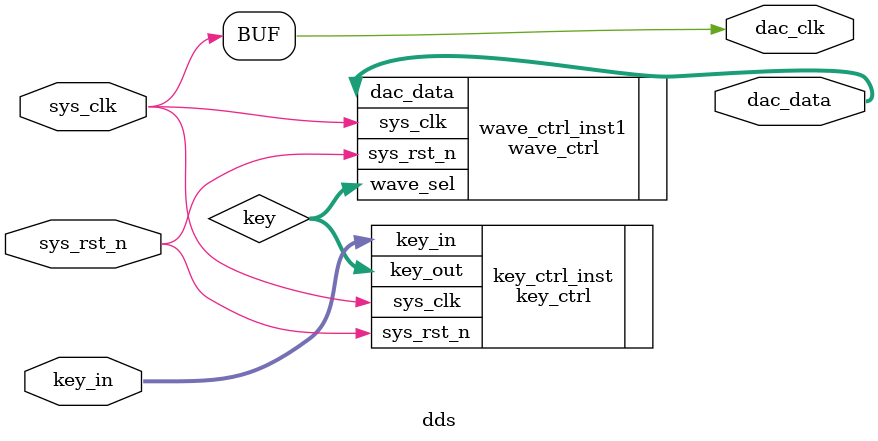
<source format=v>
module dds
(
	input 	wire			sys_clk		,
	input 	wire			sys_rst_n	,
	input 	wire	[3:0]	key_in		,
	
	output	wire			dac_clk		,
	output	wire	[7:0]	dac_data	
);

wire	[3:0]	key		;

assign	dac_clk = sys_clk	;


key_ctrl key_ctrl_inst
(
	.sys_clk		(sys_clk	),
	.sys_rst_n		(sys_rst_n	),
	.key_in			(key_in		),

	.key_out		(key		)
);

wave_ctrl wave_ctrl_inst1
(
	.sys_clk		(sys_clk	),
	.sys_rst_n		(sys_rst_n	),
	.wave_sel		(key		),

	.dac_data	    (dac_data	)

);

endmodule



</source>
